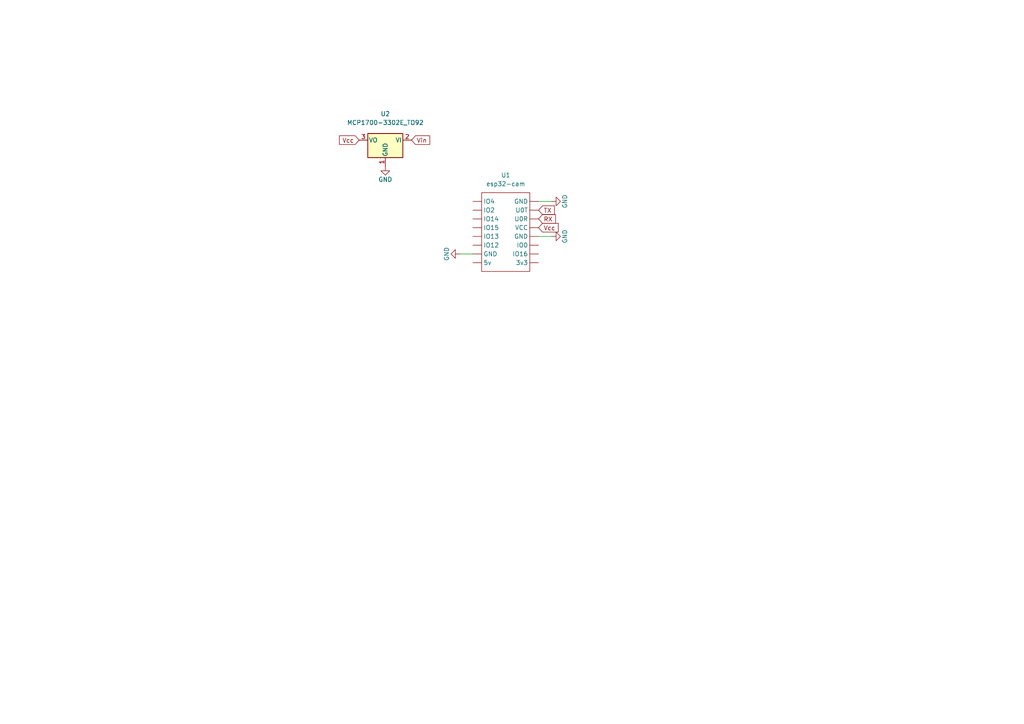
<source format=kicad_sch>
(kicad_sch (version 20211123) (generator eeschema)
  (paper "A4")
  (lib_symbols
    (symbol "Regulator_Linear:MCP1700-3302E_TO92" (pin_names (offset 0.254))
      (property "Reference" "U" (at -3.81 -3.175 0))
      (property "Value" "MCP1700-3302E_TO92" (at 0 -3.175 0))
      (symbol "MCP1700-3302E_TO92_0_1"
        (rectangle (start -5.08 5.08) (end 5.08 -1.905) (stroke (width 0.254)) (fill (type background)))
      )
      (symbol "MCP1700-3302E_TO92_1_1"
        (pin power_in line (at 0 7.62 270) (length 2.54) (name "GND") (number "1"))
        (pin power_in line (at -7.62 0 0) (length 2.54) (name "VI") (number "2"))
        (pin power_out line (at 7.62 0 180) (length 2.54) (name "VO") (number "3"))
      )
    )
    (symbol "custom:esp32-cam"
      (property "Reference" "U" (at 0 0 0))
      (property "Value" "esp32-cam" (at 0 -2.54 0))
      (symbol "esp32-cam_0_1"
        (rectangle (start -6.35 -5.08) (end 7.62 -27.94))
      )
      (symbol "esp32-cam_1_1"
        (pin input line (at 10.16 -25.4 180) (length 2.54) (name "3v3") (number ""))
        (pin input line (at -8.89 -25.4 0) (length 2.54) (name "5v") (number ""))
        (pin input line (at -8.89 -22.86 0) (length 2.54) (name "GND") (number ""))
        (pin input line (at 10.16 -17.78 180) (length 2.54) (name "GND") (number ""))
        (pin input line (at 10.16 -7.62 180) (length 2.54) (name "GND") (number ""))
        (pin bidirectional line (at 10.16 -20.32 180) (length 2.54) (name "IO0") (number ""))
        (pin bidirectional line (at -8.89 -20.32 0) (length 2.54) (name "IO12") (number ""))
        (pin bidirectional line (at -8.89 -17.78 0) (length 2.54) (name "IO13") (number ""))
        (pin bidirectional line (at -8.89 -12.7 0) (length 2.54) (name "IO14") (number ""))
        (pin bidirectional line (at -8.89 -15.24 0) (length 2.54) (name "IO15") (number ""))
        (pin bidirectional line (at 10.16 -22.86 180) (length 2.54) (name "IO16") (number ""))
        (pin bidirectional line (at -8.89 -10.16 0) (length 2.54) (name "IO2") (number ""))
        (pin bidirectional line (at -8.89 -7.62 0) (length 2.54) (name "IO4") (number ""))
        (pin bidirectional line (at 10.16 -12.7 180) (length 2.54) (name "U0R") (number ""))
        (pin bidirectional line (at 10.16 -10.16 180) (length 2.54) (name "U0T") (number ""))
        (pin input line (at 10.16 -15.24 180) (length 2.54) (name "VCC") (number ""))
      )
    )
    (symbol "power:GND" (power) (pin_names (offset 0))
      (property "Value" "GND" (at 0 -3.81 0))
      (symbol "GND_0_1"
        (polyline (pts (xy 0 0) (xy 0 -1.27) (xy 1.27 -1.27) (xy 0 -2.54) (xy -1.27 -1.27) (xy 0 -1.27)))
      )
      (symbol "GND_1_1"
        (pin power_in line (at 0 0 270) (length 0) hide (name "GND") (number "1"))
      )
    )
  )
  (wire (pts (xy 133.35 73.66) (xy 137.16 73.66)))
  (wire (pts (xy 160.02 68.58) (xy 156.21 68.58)))
  (wire (pts (xy 160.02 58.42) (xy 156.21 58.42)))
  (global_label "Vcc" (shape input) (at 104.14 40.64 180) (property "Intersheet References" "${INTERSHEET_REFS}" (effects hide)))
  (global_label "Vcc" (shape input) (at 156.21 66.04 0) (property "Intersheet References" "${INTERSHEET_REFS}" (effects hide)))
  (global_label "RX" (shape input) (at 156.21 63.5 0) (property "Intersheet References" "${INTERSHEET_REFS}" (effects hide)))
  (global_label "TX" (shape input) (at 156.21 60.96 0) (property "Intersheet References" "${INTERSHEET_REFS}" (effects hide)))
  (global_label "Vin" (shape input) (at 119.38 40.64 0) (property "Intersheet References" "${INTERSHEET_REFS}" (effects hide)))
  (symbol (lib_id "power:GND") (at 111.76 48.26 0) (unit 1)
    (property "Reference" "#PWR?" (effects hide))
    (property "Value" "GND" (at 111.76 52.07 0))
  )
  (symbol (lib_id "power:GND") (at 160.02 68.58 90) (unit 1)
    (property "Reference" "#PWR?" (effects hide))
    (property "Value" "GND" (at 163.83 68.58 0))
  )
  (symbol (lib_id "power:GND") (at 133.35 73.66 270) (unit 1)
    (property "Reference" "#PWR?" (effects hide))
    (property "Value" "GND" (at 129.54 73.66 0))
  )
  (symbol (lib_id "Regulator_Linear:MCP1700-3302E_TO92") (at 111.76 40.64 180) (unit 1)
    (property "Reference" "U2" (at 111.76 33.02 0))
    (property "Value" "MCP1700-3302E_TO92" (at 111.76 35.56 0))
    (property "Footprint" "Package_TO_SOT_THT:TO-92_Inline" (effects hide))
    (property "Datasheet" "http://ww1.microchip.com/downloads/en/DeviceDoc/20001826D.pdf" (effects hide))
  )
  (symbol (lib_id "power:GND") (at 160.02 58.42 90) (unit 1)
    (property "Reference" "#PWR?" (effects hide))
    (property "Value" "GND" (at 163.83 58.42 0))
  )
  (symbol (lib_id "custom:esp32-cam") (at 146.05 50.8 0) (unit 1)
    (property "Reference" "U1" (at 146.685 50.8 0))
    (property "Value" "esp32-cam" (at 146.685 53.34 0))
  )
)
</source>
